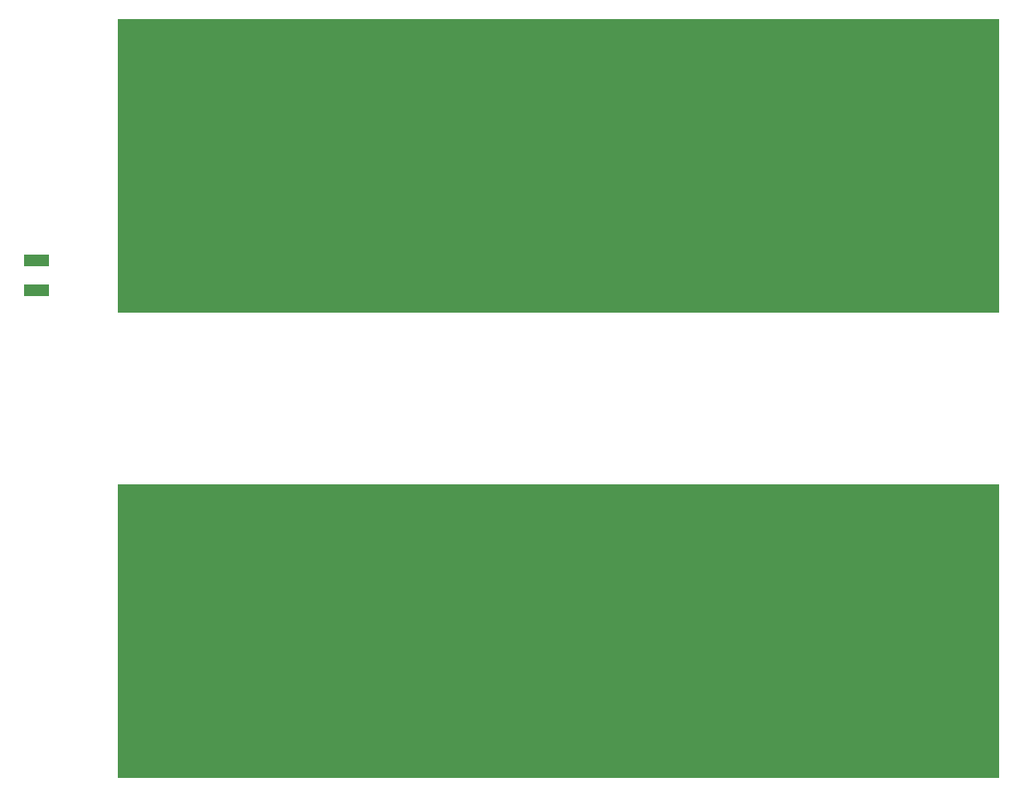
<source format=gbr>
G04 #@! TF.GenerationSoftware,KiCad,Pcbnew,(5.0.1)-3*
G04 #@! TF.CreationDate,2019-09-13T18:10:52+02:00*
G04 #@! TF.ProjectId,discovery,646973636F766572792E6B696361645F,rev?*
G04 #@! TF.SameCoordinates,PX4c4b360PY85843d4*
G04 #@! TF.FileFunction,Paste,Top*
G04 #@! TF.FilePolarity,Positive*
%FSLAX46Y46*%
G04 Gerber Fmt 4.6, Leading zero omitted, Abs format (unit mm)*
G04 Created by KiCad (PCBNEW (5.0.1)-3) date 13/09/2019 18:10:52*
%MOMM*%
%LPD*%
G01*
G04 APERTURE LIST*
%ADD10R,90.000000X30.000000*%
%ADD11R,2.540000X1.270000*%
G04 APERTURE END LIST*
D10*
G04 #@! TO.C,W13*
X89160760Y68828060D03*
G04 #@! TD*
G04 #@! TO.C,W20*
X89160760Y21328060D03*
G04 #@! TD*
D11*
G04 #@! TO.C,J7*
X35910940Y59154460D03*
X35910940Y56154460D03*
G04 #@! TD*
M02*

</source>
